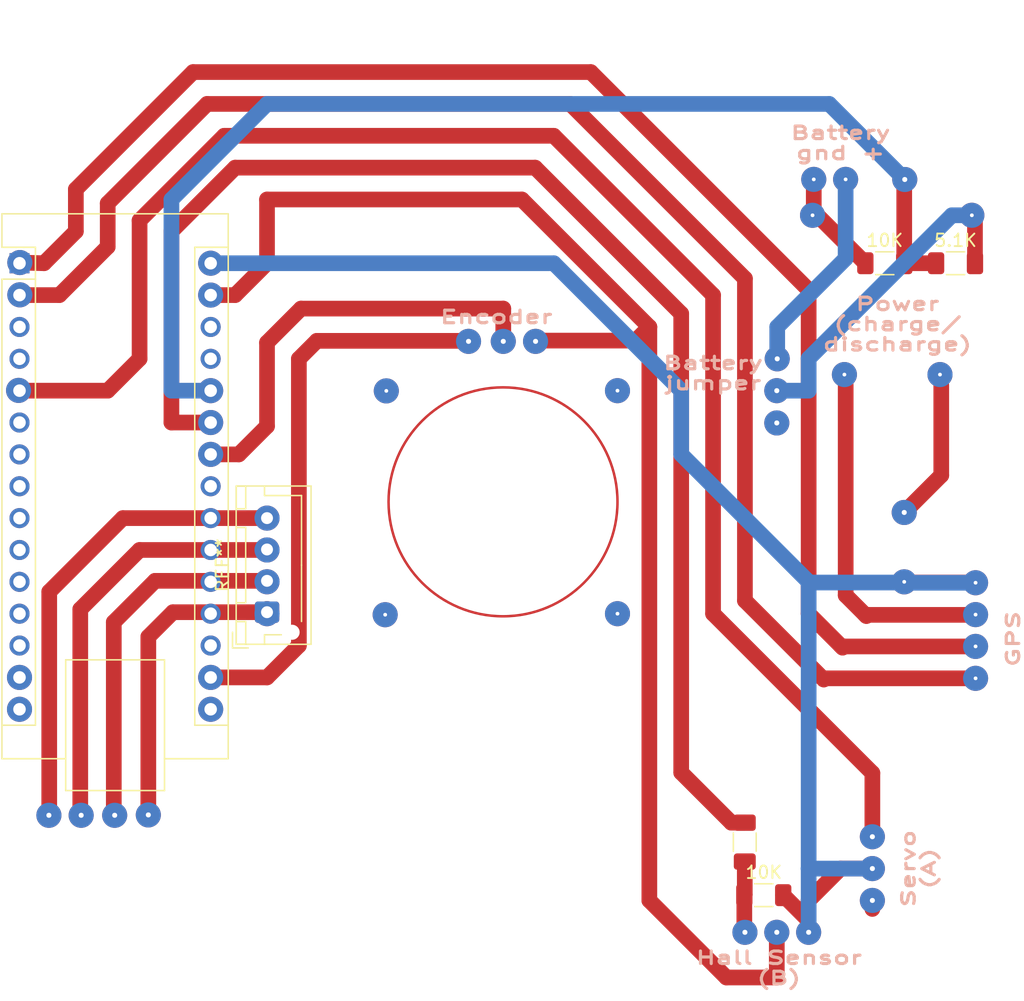
<source format=kicad_pcb>
(kicad_pcb (version 20221018) (generator pcbnew)
  (layers (0 "F.Cu" signal) (31 "B.Cu" signal) (34 "B.Paste" user) (35 "F.Paste" user) (36 "B.SilkS" user "B.Silkscreen") (37 "F.SilkS" user "F.Silkscreen") (38 "B.Mask" user) (39 "F.Mask" user) (44 "Edge.Cuts" user))
  (net 0 "")
  (net 1 "GND")
  (footprint "Connector_JST:JST_XH_B4B-XH-AM_1x04_P2.50mm_Vertical" (layer "F.Cu") (at 187.96 104.02 90)
    (fp_text reference "REF**" (at 3.75 -3.55 90) (layer "F.SilkS"))
    (fp_text value " ")
    (fp_line (start -2.85 -2.75) (end -2.85 -1.5) (stroke (width 0.12)) (layer "F.SilkS"))
    (fp_line (start -2.56 -2.46) (end -2.56 3.51) (stroke (width 0.12)) (layer "F.SilkS"))
    (fp_line (start -2.56 3.51) (end 10.06 3.51) (stroke (width 0.12)) (layer "F.SilkS"))
    (fp_line (start -2.55 -2.45) (end -2.55 -1.7) (stroke (width 0.12)) (layer "F.SilkS"))
    (fp_line (start -2.55 -1.7) (end -0.75 -1.7) (stroke (width 0.12)) (layer "F.SilkS"))
    (fp_line (start -2.55 -0.2) (end -1.8 -0.2) (stroke (width 0.12)) (layer "F.SilkS"))
    (fp_line (start -1.8 -0.2) (end -1.8 1.14) (stroke (width 0.12)) (layer "F.SilkS"))
    (fp_line (start -1.6 -2.75) (end -2.85 -2.75) (stroke (width 0.12)) (layer "F.SilkS"))
    (fp_line (start -0.75 -2.45) (end -2.55 -2.45) (stroke (width 0.12)) (layer "F.SilkS"))
    (fp_line (start -0.75 -1.7) (end -0.75 -2.45) (stroke (width 0.12)) (layer "F.SilkS"))
    (fp_line (start 0.75 -2.45) (end 0.75 -1.7) (stroke (width 0.12)) (layer "F.SilkS"))
    (fp_line (start 0.75 -1.7) (end 6.75 -1.7) (stroke (width 0.12)) (layer "F.SilkS"))
    (fp_line (start 3.75 2.75) (end -0.74 2.75) (stroke (width 0.12)) (layer "F.SilkS"))
    (fp_line (start 6.75 -2.45) (end 0.75 -2.45) (stroke (width 0.12)) (layer "F.SilkS"))
    (fp_line (start 6.75 -1.7) (end 6.75 -2.45) (stroke (width 0.12)) (layer "F.SilkS"))
    (fp_line (start 8.25 -2.45) (end 8.25 -1.7) (stroke (width 0.12)) (layer "F.SilkS"))
    (fp_line (start 8.25 -1.7) (end 10.05 -1.7) (stroke (width 0.12)) (layer "F.SilkS"))
    (fp_line (start 9.3 -0.2) (end 9.3 2.75) (stroke (width 0.12)) (layer "F.SilkS"))
    (fp_line (start 9.3 2.75) (end 3.75 2.75) (stroke (width 0.12)) (layer "F.SilkS"))
    (fp_line (start 10.05 -2.45) (end 8.25 -2.45) (stroke (width 0.12)) (layer "F.SilkS"))
    (fp_line (start 10.05 -1.7) (end 10.05 -2.45) (stroke (width 0.12)) (layer "F.SilkS"))
    (fp_line (start 10.05 -0.2) (end 9.3 -0.2) (stroke (width 0.12)) (layer "F.SilkS"))
    (fp_line (start 10.06 -2.46) (end -2.56 -2.46) (stroke (width 0.12)) (layer "F.SilkS"))
    (fp_line (start 10.06 3.51) (end 10.06 -2.46) (stroke (width 0.12)) (layer "F.SilkS"))
    (pad "" np_thru_hole circle (at -1.6 2 90) (size 1.2 1.2) (drill 1.2) (layers "*.Cu" "*.Mask"))
    (pad "1" thru_hole roundrect (at 0 0 90) (size 1.7 1.95) (drill 0.95) (layers "*.Cu" "*.Mask") (roundrect_rratio 0.1470588235))
    (pad "2" thru_hole oval (at 2.5 0 90) (size 1.7 1.95) (drill 0.95) (layers "*.Cu" "*.Mask"))
    (pad "3" thru_hole oval (at 5 0 90) (size 1.7 1.95) (drill 0.95) (layers "*.Cu" "*.Mask"))
    (pad "4" thru_hole oval (at 7.5 0 90) (size 1.7 1.95) (drill 0.95) (layers "*.Cu" "*.Mask"))
  )
  (footprint "Resistor_SMD:R_1206_3216Metric_Pad1.30x1.75mm_HandSolder" (layer "F.Cu") (at 227.561904 126.578705)
    (fp_text reference "10K" (at 0 -1.82) (layer "F.SilkS"))
    (fp_text value "R1002")
    (fp_line (start -0.727064 -0.91) (end 0.727064 -0.91) (stroke (width 0.12)) (layer "F.SilkS"))
    (fp_line (start -0.727064 0.91) (end 0.727064 0.91) (stroke (width 0.12)) (layer "F.SilkS"))
    (pad "1" smd roundrect (at -1.55 0) (size 1.3 1.75) (layers "F.Cu" "F.Paste" "F.Mask") (roundrect_rratio 0.1923076923))
    (pad "2" smd roundrect (at 1.55 0) (size 1.3 1.75) (layers "F.Cu" "F.Paste" "F.Mask") (roundrect_rratio 0.1923076923))
  )
  (footprint "Resistor_SMD:R_1206_3216Metric_Pad1.30x1.75mm_HandSolder" (layer "F.Cu") (at 226.048017 122.350568 -90)
    (fp_text reference "5.1K" hide)
    (fp_text value "R5101")
    (fp_line (start -0.727064 -0.91) (end 0.727064 -0.91) (stroke (width 0.12)) (layer "F.SilkS"))
    (fp_line (start -0.727064 0.91) (end 0.727064 0.91) (stroke (width 0.12)) (layer "F.SilkS"))
    (pad "1" smd roundrect (at -1.55 0 270) (size 1.3 1.75) (layers "F.Cu" "F.Paste" "F.Mask") (roundrect_rratio 0.1923076923))
    (pad "2" smd roundrect (at 1.55 0 270) (size 1.3 1.75) (layers "F.Cu" "F.Paste" "F.Mask") (roundrect_rratio 0.1923076923))
  )
  (footprint "Resistor_SMD:R_1206_3216Metric_Pad1.30x1.75mm_HandSolder" (layer "F.Cu") (at 237.21 76.2)
    (fp_text reference "10K" (at 0 -1.82) (layer "F.SilkS"))
    (fp_text value "R1002")
    (fp_line (start -0.727064 -0.91) (end 0.727064 -0.91) (stroke (width 0.12)) (layer "F.SilkS"))
    (fp_line (start -0.727064 0.91) (end 0.727064 0.91) (stroke (width 0.12)) (layer "F.SilkS"))
    (pad "1" smd roundrect (at -1.55 0) (size 1.3 1.75) (layers "F.Cu" "F.Paste" "F.Mask") (roundrect_rratio 0.1923076923))
    (pad "2" smd roundrect (at 1.55 0) (size 1.3 1.75) (layers "F.Cu" "F.Paste" "F.Mask") (roundrect_rratio 0.1923076923))
  )
  (footprint "Resistor_SMD:R_1206_3216Metric_Pad1.30x1.75mm_HandSolder" (layer "F.Cu") (at 242.85 76.2)
    (fp_text reference "5.1K" (at 0 -1.82) (layer "F.SilkS"))
    (fp_text value "R5101")
    (fp_line (start -0.727064 -0.91) (end 0.727064 -0.91) (stroke (width 0.12)) (layer "F.SilkS"))
    (fp_line (start -0.727064 0.91) (end 0.727064 0.91) (stroke (width 0.12)) (layer "F.SilkS"))
    (pad "1" smd roundrect (at -1.55 0) (size 1.3 1.75) (layers "F.Cu" "F.Paste" "F.Mask") (roundrect_rratio 0.1923076923))
    (pad "2" smd roundrect (at 1.55 0) (size 1.3 1.75) (layers "F.Cu" "F.Paste" "F.Mask") (roundrect_rratio 0.1923076923))
  )
  (footprint "Module:Arduino_Nano_WithMountingHoles" (layer "F.Cu") (at 168.227723 76.2)
    (fp_text reference "REF**" hide)
    (fp_text value " ")
    (fp_line (start -1.4 -3.94) (end -1.4 -1.27) (stroke (width 0.12)) (layer "F.SilkS"))
    (fp_line (start -1.4 1.27) (end -1.4 39.5) (stroke (width 0.12)) (layer "F.SilkS"))
    (fp_line (start -1.4 39.5) (end 3.68 39.5) (stroke (width 0.12)) (layer "F.SilkS"))
    (fp_line (start 1.27 -1.27) (end -1.4 -1.27) (stroke (width 0.12)) (layer "F.SilkS"))
    (fp_line (start 1.27 1.27) (end -1.4 1.27) (stroke (width 0.12)) (layer "F.SilkS"))
    (fp_line (start 1.27 1.27) (end 1.27 -1.27) (stroke (width 0.12)) (layer "F.SilkS"))
    (fp_line (start 1.27 1.27) (end 1.27 36.83) (stroke (width 0.12)) (layer "F.SilkS"))
    (fp_line (start 1.27 36.83) (end -1.4 36.83) (stroke (width 0.12)) (layer "F.SilkS"))
    (fp_line (start 3.68 31.62) (end 11.56 31.62) (stroke (width 0.12)) (layer "F.SilkS"))
    (fp_line (start 3.68 42.04) (end 3.68 31.62) (stroke (width 0.12)) (layer "F.SilkS"))
    (fp_line (start 11.56 31.62) (end 11.56 42.04) (stroke (width 0.12)) (layer "F.SilkS"))
    (fp_line (start 11.56 42.04) (end 3.68 42.04) (stroke (width 0.12)) (layer "F.SilkS"))
    (fp_line (start 13.97 -1.27) (end 13.97 36.83) (stroke (width 0.12)) (layer "F.SilkS"))
    (fp_line (start 13.97 -1.27) (end 16.64 -1.27) (stroke (width 0.12)) (layer "F.SilkS"))
    (fp_line (start 13.97 36.83) (end 16.64 36.83) (stroke (width 0.12)) (layer "F.SilkS"))
    (fp_line (start 16.64 -3.94) (end -1.4 -3.94) (stroke (width 0.12)) (layer "F.SilkS"))
    (fp_line (start 16.64 39.5) (end 11.56 39.5) (stroke (width 0.12)) (layer "F.SilkS"))
    (fp_line (start 16.64 39.5) (end 16.64 -3.94) (stroke (width 0.12)) (layer "F.SilkS"))
    (pad "" np_thru_hole circle (at 0 -2.54) (size 1.78 1.78) (drill 1.78) (layers "*.Cu" "*.Mask"))
    (pad "" np_thru_hole circle (at 0 38.1) (size 1.78 1.78) (drill 1.78) (layers "*.Cu" "*.Mask"))
    (pad "" np_thru_hole circle (at 15.24 -2.54) (size 1.78 1.78) (drill 1.78) (layers "*.Cu" "*.Mask"))
    (pad "" np_thru_hole circle (at 15.24 38.1) (size 1.78 1.78) (drill 1.78) (layers "*.Cu" "*.Mask"))
    (pad "1" thru_hole rect (at 0 0) (size 1.6 1.6) (drill 1) (layers "*.Cu" "*.Mask"))
    (pad "2" thru_hole oval (at 0 2.54) (size 1.6 1.6) (drill 1) (layers "*.Cu" "*.Mask"))
    (pad "3" thru_hole oval (at 0 5.08) (size 1.6 1.6) (drill 1) (layers "*.Cu" "*.Mask"))
    (pad "4" thru_hole oval (at 0 7.62) (size 1.6 1.6) (drill 1) (layers "*.Cu" "*.Mask"))
    (pad "5" thru_hole oval (at 0 10.16) (size 1.6 1.6) (drill 1) (layers "*.Cu" "*.Mask"))
    (pad "6" thru_hole oval (at 0 12.7) (size 1.6 1.6) (drill 1) (layers "*.Cu" "*.Mask"))
    (pad "7" thru_hole oval (at 0 15.24) (size 1.6 1.6) (drill 1) (layers "*.Cu" "*.Mask"))
    (pad "8" thru_hole oval (at 0 17.78) (size 1.6 1.6) (drill 1) (layers "*.Cu" "*.Mask"))
    (pad "9" thru_hole oval (at 0 20.32) (size 1.6 1.6) (drill 1) (layers "*.Cu" "*.Mask"))
    (pad "10" thru_hole oval (at 0 22.86) (size 1.6 1.6) (drill 1) (layers "*.Cu" "*.Mask"))
    (pad "11" thru_hole oval (at 0 25.4) (size 1.6 1.6) (drill 1) (layers "*.Cu" "*.Mask"))
    (pad "12" thru_hole oval (at 0 27.94) (size 1.6 1.6) (drill 1) (layers "*.Cu" "*.Mask"))
    (pad "13" thru_hole oval (at 0 30.48) (size 1.6 1.6) (drill 1) (layers "*.Cu" "*.Mask"))
    (pad "14" thru_hole oval (at 0 33.02) (size 1.6 1.6) (drill 1) (layers "*.Cu" "*.Mask"))
    (pad "15" thru_hole oval (at 0 35.56) (size 1.6 1.6) (drill 1) (layers "*.Cu" "*.Mask"))
    (pad "16" thru_hole oval (at 15.24 35.56) (size 1.6 1.6) (drill 1) (layers "*.Cu" "*.Mask"))
    (pad "17" thru_hole oval (at 15.24 33.02) (size 1.6 1.6) (drill 1) (layers "*.Cu" "*.Mask"))
    (pad "18" thru_hole oval (at 15.24 30.48) (size 1.6 1.6) (drill 1) (layers "*.Cu" "*.Mask"))
    (pad "19" thru_hole oval (at 15.24 27.94) (size 1.6 1.6) (drill 1) (layers "*.Cu" "*.Mask"))
    (pad "20" thru_hole oval (at 15.24 25.4) (size 1.6 1.6) (drill 1) (layers "*.Cu" "*.Mask"))
    (pad "21" thru_hole oval (at 15.24 22.86) (size 1.6 1.6) (drill 1) (layers "*.Cu" "*.Mask"))
    (pad "22" thru_hole oval (at 15.24 20.32) (size 1.6 1.6) (drill 1) (layers "*.Cu" "*.Mask"))
    (pad "23" thru_hole oval (at 15.24 17.78) (size 1.6 1.6) (drill 1) (layers "*.Cu" "*.Mask"))
    (pad "24" thru_hole oval (at 15.24 15.24) (size 1.6 1.6) (drill 1) (layers "*.Cu" "*.Mask"))
    (pad "25" thru_hole oval (at 15.24 12.7) (size 1.6 1.6) (drill 1) (layers "*.Cu" "*.Mask"))
    (pad "26" thru_hole oval (at 15.24 10.16) (size 1.6 1.6) (drill 1) (layers "*.Cu" "*.Mask"))
    (pad "27" thru_hole oval (at 15.24 7.62) (size 1.6 1.6) (drill 1) (layers "*.Cu" "*.Mask"))
    (pad "28" thru_hole oval (at 15.24 5.08) (size 1.6 1.6) (drill 1) (layers "*.Cu" "*.Mask"))
    (pad "29" thru_hole oval (at 15.24 2.54) (size 1.6 1.6) (drill 1) (layers "*.Cu" "*.Mask") (net 1 "GND"))
    (pad "30" thru_hole oval (at 15.24 0) (size 1.6 1.6) (drill 1) (layers "*.Cu" "*.Mask"))
  )
  (gr_circle (center 206.774555 95.221467) (end 215.9 95.221467) (stroke (width 0.2)) (fill none) (layer "F.Cu"))
  (gr_text "Servo\n(A)" (at 241.3 124.46 90) (layer "B.SilkS") (effects (font (size 1 1.5) (thickness 0.25) bold) (justify bottom)))
  (gr_text "Hall Sensor\n(B)" (at 228.765805 133.775064) (layer "B.SilkS") (effects (font (size 1 1.5) (thickness 0.25) bold) (justify bottom)))
  (gr_text "Encoder" (at 206.23344 81.078403) (layer "B.SilkS") (effects (font (size 1 1.5) (thickness 0.25) bold) (justify bottom)))
  (gr_text "GPS" (at 248.027343 106.154745 90) (layer "B.SilkS") (effects (font (size 1 1.5) (thickness 0.25) bold) (justify bottom)))
  (gr_text "Battery\ngnd +" (at 233.68 68.009599) (layer "B.SilkS") (effects (font (size 1 1.5) (thickness 0.25) bold) (justify bottom)))
  (gr_text "Power\n(charge/\ndischarge)" (at 238.214862 83.258955) (layer "B.SilkS") (effects (font (size 1 1.5) (thickness 0.25) bold) (justify bottom)))
  (gr_text "Battery\njumper" (at 223.52 86.36) (layer "B.SilkS") (effects (font (size 1 1.5) (thickness 0.25) bold) (justify bottom)))
  (segment (start 180.34 88.9) (end 180.34 73.66) (width 1.25) (layer "F.Cu") (net 0))
  (segment (start 233.68 106.68) (end 233.844866 106.844866) (width 1.25) (layer "F.Cu") (net 0))
  (segment (start 168.23157 78.74) (end 168.2532 78.71837) (width 1.25) (layer "F.Cu") (net 0))
  (segment (start 244.430233 101.654961) (end 244.447756 101.672484) (width 1.25) (layer "F.Cu") (net 0))
  (segment (start 220.98 116.804989) (end 224.975579 120.800568) (width 1.25) (layer "F.Cu") (net 0))
  (segment (start 175.26 74.889121) (end 175.26 71.424154) (width 1.25) (layer "F.Cu") (net 0))
  (segment (start 176.467879 96.52) (end 187.96 96.52) (width 1.25) (layer "F.Cu") (net 0))
  (segment (start 184.547198 66.04) (end 210.82 66.04) (width 1.25) (layer "F.Cu") (net 0))
  (segment (start 175.744236 120.139808) (end 175.744236 104.813544) (width 1.25) (layer "F.Cu") (net 0))
  (segment (start 180.46 104.02) (end 187.96 104.02) (width 1.25) (layer "F.Cu") (net 0))
  (segment (start 231.14 128.606801) (end 229.111904 126.578705) (width 1.25) (layer "F.Cu") (net 0))
  (segment (start 177.8 83.82) (end 177.8 72.787198) (width 1.25) (layer "F.Cu") (net 0))
  (segment (start 168.227723 78.74) (end 168.23157 78.74) (width 1.25) (layer "F.Cu") (net 0))
  (segment (start 187.96 82.527765) (end 190.671089 79.816676) (width 1.25) (layer "F.Cu") (net 0))
  (segment (start 203.983994 82.387572) (end 204.025111 82.428689) (width 1.25) (layer "F.Cu") (net 0))
  (segment (start 231.14 129.54) (end 231.14 128.606801) (width 1.25) (layer "F.Cu") (net 0))
  (segment (start 187.96 89.193862) (end 187.96 82.527765) (width 1.25) (layer "F.Cu") (net 0))
  (segment (start 190.671089 79.816676) (end 206.795912 79.816676) (width 1.25) (layer "F.Cu") (net 0))
  (segment (start 220.98 80.222521) (end 220.98 116.804989) (width 1.25) (layer "F.Cu") (net 0))
  (segment (start 226.06 77.42044) (end 226.06 103.097209) (width 1.25) (layer "F.Cu") (net 0))
  (segment (start 175.81554 120.211112) (end 175.744236 120.139808) (width 1.25) (layer "F.Cu") (net 0))
  (segment (start 244.365965 109.374275) (end 244.447756 109.292484) (width 1.25) (layer "F.Cu") (net 0))
  (segment (start 168.227723 86.36) (end 168.205796 86.36) (width 1.25) (layer "F.Cu") (net 0))
  (segment (start 182.066981 60.96) (end 213.769397 60.96) (width 1.25) (layer "F.Cu") (net 0))
  (segment (start 175.744236 104.813544) (end 179.03778 101.52) (width 1.25) (layer "F.Cu") (net 0))
  (segment (start 170.570809 120.211112) (end 170.570809 120.296821) (width 1.25) (layer "F.Cu") (net 0))
  (segment (start 179.03778 101.52) (end 187.96 101.52) (width 1.25) (layer "F.Cu") (net 0))
  (segment (start 168.205796 86.36) (end 168.154242 86.338073) (width 1.25) (layer "F.Cu") (net 0))
  (segment (start 236.22 116.84) (end 236.22 121.92) (width 1.25) (layer "F.Cu") (net 0))
  (segment (start 212.13956 63.5) (end 226.06 77.42044) (width 1.25) (layer "F.Cu") (net 0))
  (segment (start 223.52 78.74) (end 223.52 104.14) (width 1.25) (layer "F.Cu") (net 0))
  (segment (start 183.184154 63.5) (end 212.13956 63.5) (width 1.25) (layer "F.Cu") (net 0))
  (segment (start 170.598462 120.183459) (end 170.598462 102.389417) (width 1.25) (layer "F.Cu") (net 0))
  (segment (start 233.68 124.46) (end 236.22 124.46) (width 1.25) (layer "F.Cu") (net 0))
  (segment (start 170.666293 120.201337) (end 170.656518 120.211112) (width 1.25) (layer "F.Cu") (net 0))
  (segment (start 223.52 104.14) (end 236.22 116.84) (width 1.25) (layer "F.Cu") (net 0))
  (segment (start 170.598462 102.389417) (end 176.467879 96.52) (width 1.25) (layer "F.Cu") (net 0))
  (segment (start 168.24965 86.36) (end 175.26 86.36) (width 1.25) (layer "F.Cu") (net 0))
  (segment (start 241.712617 93.10955) (end 241.712617 85.909029) (width 1.25) (layer "F.Cu") (net 0))
  (segment (start 190.5 106.68) (end 190.5 83.82) (width 1.25) (layer "F.Cu") (net 0))
  (segment (start 231.14 129.54) (end 231.14 127) (width 1.25) (layer "F.Cu") (net 0))
  (segment (start 238.76 101.6) (end 238.814961 101.654961) (width 1.25) (layer "F.Cu") (net 0))
  (segment (start 226.06 103.097209) (end 232.347657 109.384866) (width 1.25) (layer "F.Cu") (net 0))
  (segment (start 168.154242 86.338073) (end 168.24965 86.36) (width 1.25) (layer "F.Cu") (net 0))
  (segment (start 168.2532 76.145483) (end 170.18 76.2) (width 1.25) (layer "F.Cu") (net 0))
  (segment (start 185.42 68.58) (end 209.337479 68.58) (width 1.25) (layer "F.Cu") (net 0))
  (segment (start 180.34 73.66) (end 185.42 68.58) (width 1.25) (layer "F.Cu") (net 0))
  (segment (start 170.656518 120.211112) (end 170.570809 120.211112) (width 1.25) (layer "F.Cu") (net 0))
  (segment (start 244.4 76.2) (end 244.4 72.626401) (width 1.25) (layer "F.Cu") (net 0))
  (segment (start 226.048017 126.542592) (end 226.011904 126.578705) (width 1.25) (layer "F.Cu") (net 0))
  (segment (start 191.932428 82.387572) (end 203.983994 82.387572) (width 1.25) (layer "F.Cu") (net 0))
  (segment (start 231.450913 72.377314) (end 231.592617 72.23561) (width 1.25) (layer "F.Cu") (net 0))
  (segment (start 172.72 73.66) (end 172.72 70.306981) (width 1.25) (layer "F.Cu") (net 0))
  (segment (start 175.26 86.36) (end 177.8 83.82) (width 1.25) (layer "F.Cu") (net 0))
  (segment (start 175.26 71.424154) (end 183.184154 63.5) (width 1.25) (layer "F.Cu") (net 0))
  (segment (start 231.14 127) (end 233.68 124.46) (width 1.25) (layer "F.Cu") (net 0))
  (segment (start 175.746293 120.201337) (end 175.81554 120.211112) (width 1.25) (layer "F.Cu") (net 0))
  (segment (start 224.975579 120.800568) (end 226.048017 120.800568) (width 1.25) (layer "F.Cu") (net 0))
  (segment (start 183.467723 91.44) (end 185.713862 91.44) (width 1.25) (layer "F.Cu") (net 0))
  (segment (start 233.844866 106.844866) (end 233.937248 106.752484) (width 1.25) (layer "F.Cu") (net 0))
  (segment (start 206.795912 79.816676) (end 206.795912 82.428689) (width 1.25) (layer "F.Cu") (net 0))
  (segment (start 231.14 78.330603) (end 231.14 104.14) (width 1.25) (layer "F.Cu") (net 0))
  (segment (start 226.011904 129.491904) (end 226.06 129.54) (width 1.25) (layer "F.Cu") (net 0))
  (segment (start 170.570809 120.296821) (end 170.669766 120.197864) (width 1.25) (layer "F.Cu") (net 0))
  (segment (start 244.4 72.626401) (end 244.150913 72.377314) (width 1.25) (layer "F.Cu") (net 0))
  (segment (start 183.467723 88.9) (end 180.34 88.9) (width 1.25) (layer "F.Cu") (net 0))
  (segment (start 168.2532 78.71837) (end 168.27483 78.74) (width 1.25) (layer "F.Cu") (net 0))
  (segment (start 238.802061 69.5247) (end 238.76 69.566761) (width 1.25) (layer "F.Cu") (net 0))
  (segment (start 231.547449 72.280778) (end 231.450913 72.377314) (width 1.25) (layer "F.Cu") (net 0))
  (segment (start 187.96 109.22) (end 190.5 106.68) (width 1.25) (layer "F.Cu") (net 0))
  (segment (start 177.8 72.787198) (end 184.547198 66.04) (width 1.25) (layer "F.Cu") (net 0))
  (segment (start 238.76 96.069029) (end 238.76 96.062167) (width 1.25) (layer "F.Cu") (net 0))
  (segment (start 178.497355 105.982645) (end 180.46 104.02) (width 1.25) (layer "F.Cu") (net 0))
  (segment (start 226.048017 123.900568) (end 226.048017 126.542592) (width 1.25) (layer "F.Cu") (net 0))
  (segment (start 168.227723 76.2) (end 168.2532 76.145483) (width 1.25) (layer "F.Cu") (net 0))
  (segment (start 170.18 76.2) (end 172.72 73.66) (width 1.25) (layer "F.Cu") (net 0))
  (segment (start 185.713862 91.44) (end 187.96 89.193862) (width 1.25) (layer "F.Cu") (net 0))
  (segment (start 226.011904 126.578705) (end 226.011904 129.491904) (width 1.25) (layer "F.Cu") (net 0))
  (segment (start 213.769397 60.96) (end 231.14 78.330603) (width 1.25) (layer "F.Cu") (net 0))
  (segment (start 244.306284 101.813956) (end 244.447756 101.672484) (width 1.25) (layer "F.Cu") (net 0))
  (segment (start 168.27483 78.74) (end 171.409121 78.74) (width 1.25) (layer "F.Cu") (net 0))
  (segment (start 172.72 70.306981) (end 182.066981 60.96) (width 1.25) (layer "F.Cu") (net 0))
  (segment (start 232.347657 109.384866) (end 232.440039 109.292484) (width 1.25) (layer "F.Cu") (net 0))
  (segment (start 231.837314 72.377314) (end 235.66 76.2) (width 1.25) (layer "F.Cu") (net 0))
  (segment (start 183.467723 109.22) (end 187.96 109.22) (width 1.25) (layer "F.Cu") (net 0))
  (segment (start 233.937248 106.752484) (end 244.447756 106.752484) (width 1.25) (layer "F.Cu") (net 0))
  (segment (start 232.440039 109.292484) (end 244.447756 109.292484) (width 1.25) (layer "F.Cu") (net 0))
  (segment (start 225.800972 129.280972) (end 226.06 129.54) (width 1.25) (layer "F.Cu") (net 0))
  (segment (start 209.337479 68.58) (end 220.98 80.222521) (width 1.25) (layer "F.Cu") (net 0))
  (segment (start 238.76 96.062167) (end 241.712617 93.10955) (width 1.25) (layer "F.Cu") (net 0))
  (segment (start 231.547449 69.5167) (end 231.547449 72.280778) (width 1.25) (layer "F.Cu") (net 0))
  (segment (start 171.409121 78.74) (end 175.26 74.889121) (width 1.25) (layer "F.Cu") (net 0))
  (segment (start 231.14 104.14) (end 233.734961 106.734961) (width 1.25) (layer "F.Cu") (net 0))
  (segment (start 190.5 83.82) (end 191.932428 82.387572) (width 1.25) (layer "F.Cu") (net 0))
  (segment (start 170.570809 120.211112) (end 170.598462 120.183459) (width 1.25) (layer "F.Cu") (net 0))
  (segment (start 238.76 69.566761) (end 238.76 76.2) (width 1.25) (layer "F.Cu") (net 0))
  (segment (start 210.82 66.04) (end 223.52 78.74) (width 1.25) (layer "F.Cu") (net 0))
  (segment (start 244.447756 106.752484) (end 244.365965 106.834275) (width 1.25) (layer "F.Cu") (net 0))
  (segment (start 238.76 76.2) (end 241.3 76.2) (width 1.25) (layer "F.Cu") (net 0))
  (segment (start 178.497355 120.181435) (end 178.497355 105.982645) (width 1.25) (layer "F.Cu") (net 0))
  (segment (start 238.814961 101.654961) (end 244.430233 101.654961) (width 1.25) (layer "F.Cu") (net 0))
  (segment (start 231.450913 72.377314) (end 231.837314 72.377314) (width 1.25) (layer "F.Cu") (net 0))
  (via (at 231.547449 69.5167) (size 2) (drill 0.3) (layers "F.Cu" "B.Cu") (net 0))
  (via (at 238.802061 69.5247) (size 2) (drill 0.4) (layers "F.Cu" "B.Cu") (net 0))
  (via (at 168.2532 76.145483) (size 2) (drill 0.4) (layers "F.Cu" "B.Cu") (net 0))
  (via (at 183.467723 88.9) (size 2) (drill 0.4) (layers "F.Cu" "B.Cu") (net 0))
  (via (at 178.497355 120.181435) (size 2) (drill 0.4) (layers "F.Cu" "B.Cu") (net 0))
  (via (at 175.81554 120.211112) (size 2) (drill 0.4) (layers "F.Cu" "B.Cu") (net 0))
  (via (at 168.154242 86.338073) (size 2) (drill 0.4) (layers "F.Cu" "B.Cu") (net 0))
  (via (at 197.470447 86.37722) (size 2) (drill 0.3) (layers "F.Cu" "B.Cu") (net 0))
  (via (at 183.467723 86.36) (size 2) (drill 0.4) (layers "F.Cu" "B.Cu") (net 0))
  (via (at 226.06 129.54) (size 2) (drill 0.4) (layers "F.Cu" "B.Cu") (net 0))
  (via (at 183.467723 109.22) (size 2) (drill 0.4) (layers "F.Cu" "B.Cu") (net 0))
  (via (at 183.467723 91.44) (size 2) (drill 0.4) (layers "F.Cu" "B.Cu") (net 0))
  (via (at 241.610913 85.077314) (size 2) (drill 0.3) (layers "F.Cu" "B.Cu") (net 0))
  (via (at 168.227723 111.76) (size 2) (drill 0.3) (layers "F.Cu" "B.Cu") (net 0))
  (via (at 168.227723 109.22) (size 2) (drill 0.3) (layers "F.Cu" "B.Cu") (net 0))
  (via (at 244.447756 106.747484) (size 2) (drill 0.3) (layers "F.Cu" "B.Cu") (net 0))
  (via (at 228.635081 83.82) (size 2) (drill 0.4) (layers "F.Cu" "B.Cu") (net 0))
  (via (at 183.467723 76.2) (size 2) (drill 0.4) (layers "F.Cu" "B.Cu") (net 0))
  (via (at 204.025111 82.428689) (size 2) (drill 0.4) (layers "F.Cu" "B.Cu") (net 0))
  (via (at 183.467723 111.76) (size 2) (drill 0.3) (layers "F.Cu" "B.Cu") (net 0))
  (via (at 236.22 124.46) (size 2) (drill 0.4) (layers "F.Cu" "B.Cu") (net 0))
  (via (at 206.795912 82.428689) (size 2) (drill 0.4) (layers "F.Cu" "B.Cu") (net 0))
  (via (at 197.380327 104.221065) (size 2) (drill 0.3) (layers "F.Cu" "B.Cu") (net 0))
  (via (at 170.570809 120.211112) (size 2) (drill 0.4) (layers "F.Cu" "B.Cu") (net 0))
  (via (at 236.22 121.92) (size 2) (drill 0.4) (layers "F.Cu" "B.Cu") (net 0))
  (via (at 228.6 88.932887) (size 2) (drill 0.4) (layers "F.Cu" "B.Cu") (net 0))
  (via (at 228.6 86.36) (size 2) (drill 0.4) (layers "F.Cu" "B.Cu") (net 0))
  (via (at 238.76 101.6) (size 2) (drill 0.3) (layers "F.Cu" "B.Cu") (net 0))
  (via (at 234.087449 69.5167) (size 2) (drill 0.3) (layers "F.Cu" "B.Cu") (net 0))
  (via (at 231.14 129.54) (size 2) (drill 0.4) (layers "F.Cu" "B.Cu") (net 0))
  (via (at 168.2532 78.71837) (size 2) (drill 0.4) (layers "F.Cu" "B.Cu") (net 0))
  (via (at 244.447756 101.672484) (size 2) (drill 0.3) (layers "F.Cu" "B.Cu") (net 0))
  (via (at 244.150913 72.377314) (size 2) (drill 0.3) (layers "F.Cu" "B.Cu") (net 0))
  (via (at 215.9 104.14) (size 2) (drill 0.3) (layers "F.Cu" "B.Cu") (net 0))
  (via (at 187.96 104.14) (size 2) (drill 0.3) (layers "F.Cu" "B.Cu") (net 0))
  (via (at 238.76 96.069029) (size 2) (drill 0.4) (layers "F.Cu" "B.Cu") (net 0))
  (via (at 187.96 101.595) (size 2) (drill 0.3) (layers "F.Cu" "B.Cu") (net 0))
  (via (at 244.447756 109.292484) (size 2) (drill 0.3) (layers "F.Cu" "B.Cu") (net 0))
  (via (at 215.9 86.36) (size 2) (drill 0.3) (layers "F.Cu" "B.Cu") (net 0))
  (via (at 187.96 96.52) (size 2) (drill 0.3) (layers "F.Cu" "B.Cu") (net 0))
  (via (at 231.450913 72.377314) (size 2) (drill 0.3) (layers "F.Cu" "B.Cu") (net 0))
  (segment (start 180.34 86.36) (end 183.467723 86.36) (width 1.25) (layer "B.Cu") (net 0))
  (segment (start 234.087449 75.827632) (end 228.635081 81.28) (width 1.25) (layer "B.Cu") (net 0))
  (segment (start 228.635081 81.28) (end 228.635081 83.82) (width 1.25) (layer "B.Cu") (net 0))
  (segment (start 180.34 71.12) (end 180.34 86.36) (width 1.25) (layer "B.Cu") (net 0))
  (segment (start 187.96 63.5) (end 180.34 71.12) (width 1.25) (layer "B.Cu") (net 0))
  (segment (start 236.22 124.46) (end 231.14 124.46) (width 1.25) (layer "B.Cu") (net 0))
  (segment (start 228.6 86.36) (end 231.14 86.36) (width 1.25) (layer "B.Cu") (net 0))
  (segment (start 210.82 76.2) (end 183.467723 76.2) (width 1.25) (layer "B.Cu") (net 0))
  (segment (start 234.087449 69.5167) (end 234.087449 75.827632) (width 1.25) (layer "B.Cu") (net 0))
  (segment (start 238.947388 101.672484) (end 244.447756 101.672484) (width 1.25) (layer "B.Cu") (net 0))
  (segment (start 238.76 101.6) (end 238.705039 101.654961) (width 1.25) (layer "B.Cu") (net 0))
  (segment (start 231.14 83.794628) (end 242.557314 72.377314) (width 1.25) (layer "B.Cu") (net 0))
  (segment (start 231.14 101.6) (end 220.98 91.44) (width 1.25) (layer "B.Cu") (net 0))
  (segment (start 220.98 91.44) (end 220.98 86.36) (width 1.25) (layer "B.Cu") (net 0))
  (segment (start 231.14 124.46) (end 231.14 129.54) (width 1.25) (layer "B.Cu") (net 0))
  (segment (start 231.14 101.654961) (end 231.14 124.46) (width 1.25) (layer "B.Cu") (net 0))
  (segment (start 231.14 86.36) (end 231.14 83.794628) (width 1.25) (layer "B.Cu") (net 0))
  (segment (start 238.802061 69.5247) (end 232.777361 63.5) (width 1.25) (layer "B.Cu") (net 0))
  (segment (start 220.98 86.36) (end 210.82 76.2) (width 1.25) (layer "B.Cu") (net 0))
  (segment (start 238.705039 101.654961) (end 231.14 101.654961) (width 1.25) (layer "B.Cu") (net 0))
  (segment (start 242.557314 72.377314) (end 244.150913 72.377314) (width 1.25) (layer "B.Cu") (net 0))
  (segment (start 232.777361 63.5) (end 187.96 63.5) (width 1.25) (layer "B.Cu") (net 0))
  (segment (start 231.14 101.654961) (end 231.14 101.6) (width 1.25) (layer "B.Cu") (net 0))
  (segment (start 235.836027 104.233226) (end 244.427014 104.233226) (width 1.25) (layer "F.Cu") (net 1))
  (segment (start 208.28 71.12) (end 218.44 81.28) (width 1.25) (layer "F.Cu") (net 1))
  (segment (start 228.6 133.141833) (end 228.6 129.54) (width 1.25) (layer "F.Cu") (net 1))
  (segment (start 173.206293 120.201337) (end 173.216068 120.211112) (width 1.25) (layer "F.Cu") (net 1))
  (segment (start 234.092617 102.67458) (end 235.63374 104.215703) (width 1.25) (layer "F.Cu") (net 1))
  (segment (start 224.581833 133.141833) (end 228.6 133.141833) (width 1.25) (layer "F.Cu") (net 1))
  (segment (start 244.427014 104.233226) (end 244.447756 104.212484) (width 1.25) (layer "F.Cu") (net 1))
  (segment (start 173.072392 120.139808) (end 173.072392 103.787608) (width 1.25) (layer "F.Cu") (net 1))
  (segment (start 218.44 81.28) (end 218.44 127) (width 1.25) (layer "F.Cu") (net 1))
  (segment (start 185.42 78.74) (end 187.96 76.2) (width 1.25) (layer "F.Cu") (net 1))
  (segment (start 234.092617 85.909029) (end 234.092617 102.67458) (width 1.25) (layer "F.Cu") (net 1))
  (segment (start 187.96 71.12) (end 208.28 71.12) (width 1.25) (layer "F.Cu") (net 1))
  (segment (start 187.96 76.2) (end 187.96 71.12) (width 1.25) (layer "F.Cu") (net 1))
  (segment (start 218.44 81.28) (end 217.351201 82.368799) (width 1.25) (layer "F.Cu") (net 1))
  (segment (start 236.22 127) (end 236.22 127.678747) (width 1.25) (layer "F.Cu") (net 1))
  (segment (start 173.143696 120.211112) (end 173.072392 120.139808) (width 1.25) (layer "F.Cu") (net 1))
  (segment (start 177.8 99.06) (end 187.96 99.06) (width 1.25) (layer "F.Cu") (net 1))
  (segment (start 218.44 127) (end 224.581833 133.141833) (width 1.25) (layer "F.Cu") (net 1))
  (segment (start 235.743645 104.325608) (end 235.836027 104.233226) (width 1.25) (layer "F.Cu") (net 1))
  (segment (start 235.63374 104.215703) (end 235.743645 104.325608) (width 1.25) (layer "F.Cu") (net 1))
  (segment (start 217.351201 82.368799) (end 209.368799 82.368799) (width 1.25) (layer "F.Cu") (net 1))
  (segment (start 244.447756 104.212484) (end 244.502717 104.157523) (width 1.25) (layer "F.Cu") (net 1))
  (segment (start 183.467723 78.74) (end 185.42 78.74) (width 1.25) (layer "F.Cu") (net 1))
  (segment (start 173.143696 120.13874) (end 173.143696 120.13874) (width 1.25) (layer "F.Cu") (net 1))
  (segment (start 173.072392 103.787608) (end 177.8 99.06) (width 1.25) (layer "F.Cu") (net 1))
  (segment (start 244.447756 104.212484) (end 244.552044 104.316772) (width 1.25) (layer "F.Cu") (net 1))
  (segment (start 173.216068 120.211112) (end 173.143696 120.211112) (width 1.25) (layer "F.Cu") (net 1))
  (via (at 228.6 129.54) (size 2) (drill 0.4) (layers "F.Cu" "B.Cu") (net 1))
  (via (at 236.22 127) (size 2) (drill 0.4) (layers "F.Cu" "B.Cu") (net 1))
  (via (at 244.447756 104.212484) (size 2) (drill 0.3) (layers "F.Cu" "B.Cu") (net 1))
  (via (at 173.143696 120.211112) (size 2) (drill 0.4) (layers "F.Cu" "B.Cu") (net 1))
  (via (at 187.96 99.06) (size 2) (drill 0.3) (layers "F.Cu" "B.Cu") (net 1))
  (via (at 209.368799 82.428689) (size 2) (drill 0.4) (layers "F.Cu" "B.Cu") (net 1))
  (via (at 183.467723 78.74) (size 2) (drill 0.4) (layers "F.Cu" "B.Cu") (net 1))
  (via (at 233.990913 85.077314) (size 2) (drill 0.3) (layers "F.Cu" "B.Cu") (net 1))
  (segment (start 244.337851 104.102579) (end 244.447756 104.212484) (width 1.25) (layer "B.Cu") (net 1))
)
</source>
